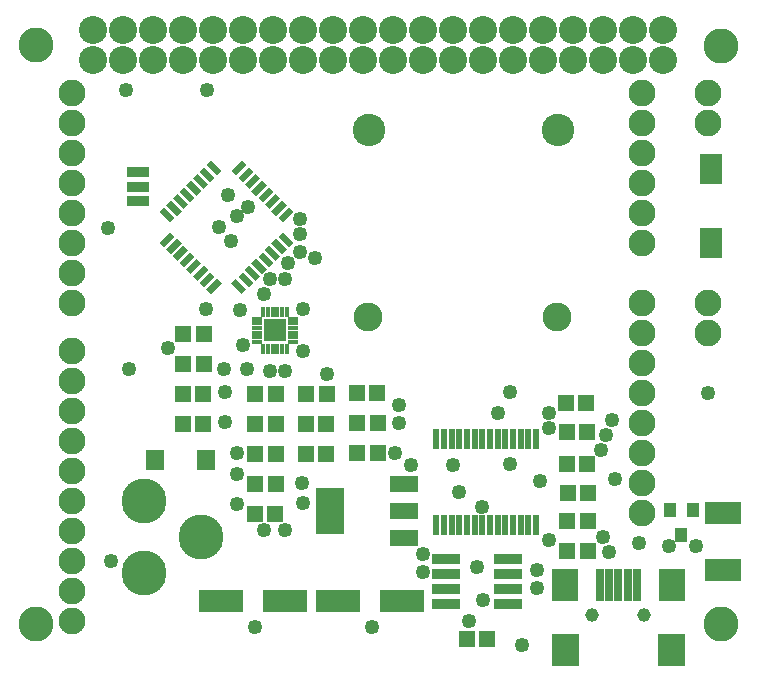
<source format=gts>
G04 MADE WITH FRITZING*
G04 WWW.FRITZING.ORG*
G04 DOUBLE SIDED*
G04 HOLES PLATED*
G04 CONTOUR ON CENTER OF CONTOUR VECTOR*
%ASAXBY*%
%FSLAX23Y23*%
%MOIN*%
%OFA0B0*%
%SFA1.0B1.0*%
%ADD10C,0.089370*%
%ADD11C,0.049370*%
%ADD12C,0.108425*%
%ADD13C,0.096614*%
%ADD14C,0.093307*%
%ADD15C,0.116299*%
%ADD16C,0.150000*%
%ADD17C,0.045433*%
%ADD18R,0.036932X0.016774*%
%ADD19R,0.038032X0.017874*%
%ADD20R,0.017874X0.038032*%
%ADD21R,0.016774X0.036932*%
%ADD22R,0.072992X0.100551*%
%ADD23R,0.023701X0.065000*%
%ADD24R,0.098000X0.058000*%
%ADD25R,0.096614X0.151732*%
%ADD26R,0.060000X0.067874*%
%ADD27R,0.147795X0.072992*%
%ADD28R,0.057244X0.053307*%
%ADD29R,0.097000X0.034000*%
%ADD30R,0.041496X0.045433*%
%ADD31R,0.124000X0.076000*%
%ADD32R,0.029685X0.108425*%
%ADD33R,0.088740X0.108425*%
%ADD34R,0.076929X0.037559*%
%ADD35R,0.076929X0.076929*%
%ADD36C,0.010000*%
%ADD37R,0.001000X0.001000*%
%LNMASK1*%
G90*
G70*
G54D10*
X2378Y1907D03*
X2378Y1807D03*
X2378Y1207D03*
X2378Y1107D03*
G54D11*
X1758Y67D03*
X868Y127D03*
X708Y1917D03*
X438Y1917D03*
X378Y1457D03*
X2378Y907D03*
X1608Y327D03*
X1628Y217D03*
X1848Y417D03*
X1808Y317D03*
G54D12*
X1881Y1783D03*
X1251Y1783D03*
G54D13*
X1875Y1160D03*
X1245Y1160D03*
G54D14*
X328Y2017D03*
X428Y2017D03*
X528Y2017D03*
X628Y2017D03*
X728Y2017D03*
X828Y2017D03*
X928Y2017D03*
X1028Y2017D03*
X1128Y2017D03*
X1228Y2017D03*
X1328Y2017D03*
X1428Y2017D03*
X1528Y2017D03*
X1628Y2017D03*
X1728Y2017D03*
X1828Y2017D03*
X1928Y2017D03*
X2028Y2017D03*
X2128Y2017D03*
X2228Y2017D03*
X328Y2017D03*
X428Y2017D03*
X528Y2017D03*
X628Y2017D03*
X728Y2017D03*
X828Y2017D03*
X928Y2017D03*
X1028Y2017D03*
X1128Y2017D03*
X1228Y2017D03*
X1328Y2017D03*
X1428Y2017D03*
X1528Y2017D03*
X1628Y2017D03*
X1728Y2017D03*
X1828Y2017D03*
X1928Y2017D03*
X2028Y2017D03*
X2128Y2017D03*
X2228Y2017D03*
X2228Y2117D03*
X2128Y2117D03*
X2028Y2117D03*
X1928Y2117D03*
X1828Y2117D03*
X1728Y2117D03*
X1628Y2117D03*
X1528Y2117D03*
X1428Y2117D03*
X1328Y2117D03*
X1228Y2117D03*
X1128Y2117D03*
X1028Y2117D03*
X928Y2117D03*
X828Y2117D03*
X728Y2117D03*
X628Y2117D03*
X528Y2117D03*
X428Y2117D03*
X328Y2117D03*
G54D11*
X788Y1415D03*
X749Y1461D03*
X898Y1237D03*
X818Y1183D03*
X707Y1187D03*
X448Y987D03*
X769Y911D03*
X828Y1067D03*
X767Y987D03*
X918Y980D03*
X968Y980D03*
X1337Y707D03*
X1348Y807D03*
X1109Y971D03*
X843Y989D03*
X769Y811D03*
X899Y451D03*
X1429Y311D03*
X1258Y127D03*
X808Y707D03*
X808Y537D03*
X918Y1287D03*
X388Y347D03*
X808Y637D03*
X1027Y607D03*
X1718Y912D03*
X1029Y541D03*
X969Y451D03*
X1548Y577D03*
X2024Y717D03*
X1719Y671D03*
X1388Y667D03*
X1528Y667D03*
X1018Y1377D03*
X978Y1340D03*
X845Y1527D03*
X1068Y1357D03*
X808Y1497D03*
X778Y1569D03*
X1018Y1487D03*
X1018Y1437D03*
X2038Y767D03*
X2058Y817D03*
X2048Y377D03*
X2028Y427D03*
X1849Y841D03*
X1849Y791D03*
X1818Y614D03*
X2069Y621D03*
X2148Y407D03*
X1679Y841D03*
X1627Y527D03*
X1584Y149D03*
X1429Y371D03*
G54D15*
X2422Y137D03*
X138Y137D03*
X2423Y2066D03*
X138Y2067D03*
G54D10*
X259Y1047D03*
X259Y947D03*
X259Y847D03*
X259Y747D03*
X259Y647D03*
X259Y547D03*
X259Y447D03*
X259Y347D03*
X259Y247D03*
X259Y147D03*
X259Y1907D03*
X259Y1807D03*
X259Y1707D03*
X259Y1607D03*
X259Y1507D03*
X259Y1407D03*
X259Y1307D03*
X259Y1207D03*
X2159Y1207D03*
X2159Y1107D03*
X2159Y1007D03*
X2159Y907D03*
X2159Y807D03*
X2159Y707D03*
X2159Y607D03*
X2159Y507D03*
X2159Y1907D03*
X2159Y1807D03*
X2159Y1707D03*
X2159Y1607D03*
X2159Y1507D03*
X2159Y1407D03*
G54D16*
X498Y547D03*
X498Y307D03*
X688Y427D03*
G54D17*
X1994Y169D03*
X2167Y169D03*
X1994Y169D03*
X2167Y169D03*
G54D11*
X578Y1057D03*
X1028Y1047D03*
X1028Y1187D03*
X968Y1287D03*
X1348Y867D03*
X2338Y397D03*
X1808Y257D03*
X2248Y397D03*
G54D18*
X875Y1108D03*
G54D19*
X997Y1140D03*
X997Y1124D03*
X875Y1077D03*
G54D20*
X975Y1177D03*
G54D19*
X875Y1156D03*
X997Y1108D03*
G54D18*
X875Y1140D03*
G54D20*
X959Y1177D03*
G54D19*
X875Y1093D03*
G54D21*
X896Y1177D03*
G54D20*
X944Y1055D03*
G54D19*
X997Y1093D03*
G54D21*
X928Y1055D03*
G54D19*
X997Y1077D03*
G54D21*
X912Y1055D03*
G54D20*
X912Y1177D03*
X975Y1055D03*
X944Y1177D03*
X959Y1055D03*
X928Y1177D03*
X896Y1055D03*
G54D19*
X997Y1156D03*
X875Y1124D03*
G54D22*
X2388Y1407D03*
X2388Y1655D03*
G54D23*
X1474Y755D03*
X1499Y755D03*
X1525Y755D03*
X1551Y755D03*
X1576Y755D03*
X1602Y755D03*
X1627Y755D03*
X1679Y755D03*
X1653Y755D03*
X1704Y755D03*
X1730Y755D03*
X1755Y755D03*
X1781Y755D03*
X1807Y755D03*
X1474Y468D03*
X1499Y468D03*
X1525Y468D03*
X1551Y468D03*
X1576Y468D03*
X1602Y468D03*
X1627Y468D03*
X1653Y468D03*
X1679Y468D03*
X1704Y468D03*
X1730Y468D03*
X1755Y468D03*
X1781Y468D03*
X1807Y468D03*
G54D24*
X1365Y424D03*
X1365Y515D03*
X1365Y606D03*
G54D25*
X1121Y515D03*
G54D26*
X536Y685D03*
X705Y685D03*
G54D27*
X757Y216D03*
X970Y216D03*
X1147Y216D03*
X1360Y216D03*
G54D28*
X1905Y875D03*
X1972Y875D03*
X628Y905D03*
X695Y905D03*
X935Y505D03*
X868Y505D03*
X1275Y907D03*
X1208Y907D03*
X631Y1105D03*
X698Y1105D03*
X631Y1005D03*
X698Y1005D03*
X1108Y905D03*
X1041Y905D03*
X1912Y574D03*
X1979Y574D03*
X628Y805D03*
X695Y805D03*
X1577Y89D03*
X1644Y89D03*
X1975Y671D03*
X1908Y671D03*
X1975Y777D03*
X1908Y777D03*
G54D29*
X1507Y355D03*
X1507Y305D03*
X1507Y255D03*
X1507Y205D03*
X1713Y205D03*
X1713Y255D03*
X1713Y305D03*
X1713Y355D03*
G54D30*
X2328Y517D03*
X2253Y517D03*
X2290Y435D03*
G54D31*
X2428Y507D03*
X2428Y319D03*
G54D32*
X2081Y267D03*
X2049Y267D03*
X2144Y267D03*
X2112Y267D03*
G54D33*
X2258Y267D03*
X1904Y267D03*
G54D32*
X2018Y267D03*
G54D28*
X1911Y481D03*
X1978Y481D03*
X871Y905D03*
X938Y905D03*
X871Y705D03*
X938Y705D03*
X871Y605D03*
X938Y605D03*
X871Y805D03*
X938Y805D03*
X1911Y381D03*
X1978Y381D03*
X1105Y705D03*
X1038Y705D03*
X1105Y805D03*
X1038Y805D03*
X1211Y707D03*
X1278Y707D03*
X1278Y807D03*
X1211Y807D03*
G54D34*
X478Y1548D03*
X478Y1595D03*
X478Y1643D03*
G54D35*
X936Y1118D03*
G54D36*
G36*
X758Y1648D02*
X743Y1633D01*
X707Y1668D01*
X723Y1683D01*
X758Y1648D01*
G37*
D02*
G36*
X736Y1626D02*
X720Y1610D01*
X685Y1646D01*
X701Y1661D01*
X736Y1626D01*
G37*
D02*
G36*
X714Y1604D02*
X698Y1588D01*
X663Y1623D01*
X678Y1639D01*
X714Y1604D01*
G37*
D02*
G36*
X691Y1581D02*
X676Y1566D01*
X640Y1601D01*
X656Y1617D01*
X691Y1581D01*
G37*
D02*
G36*
X669Y1559D02*
X654Y1543D01*
X618Y1579D01*
X634Y1594D01*
X669Y1559D01*
G37*
D02*
G36*
X647Y1537D02*
X631Y1521D01*
X596Y1557D01*
X611Y1572D01*
X647Y1537D01*
G37*
D02*
G36*
X625Y1514D02*
X609Y1499D01*
X574Y1534D01*
X589Y1550D01*
X625Y1514D01*
G37*
D02*
G36*
X602Y1492D02*
X587Y1477D01*
X551Y1512D01*
X567Y1528D01*
X602Y1492D01*
G37*
D02*
G36*
X602Y1429D02*
X567Y1394D01*
X551Y1409D01*
X587Y1444D01*
X602Y1429D01*
G37*
D02*
G36*
X625Y1407D02*
X589Y1371D01*
X574Y1387D01*
X609Y1422D01*
X625Y1407D01*
G37*
D02*
G36*
X647Y1384D02*
X611Y1349D01*
X596Y1365D01*
X631Y1400D01*
X647Y1384D01*
G37*
D02*
G36*
X669Y1362D02*
X634Y1327D01*
X618Y1342D01*
X654Y1378D01*
X669Y1362D01*
G37*
D02*
G36*
X691Y1340D02*
X656Y1304D01*
X640Y1320D01*
X676Y1355D01*
X691Y1340D01*
G37*
D02*
G36*
X714Y1318D02*
X678Y1282D01*
X663Y1298D01*
X698Y1333D01*
X714Y1318D01*
G37*
D02*
G36*
X736Y1295D02*
X701Y1260D01*
X685Y1275D01*
X720Y1311D01*
X736Y1295D01*
G37*
D02*
G36*
X758Y1273D02*
X723Y1238D01*
X707Y1253D01*
X743Y1289D01*
X758Y1273D01*
G37*
D02*
G36*
X841Y1253D02*
X826Y1238D01*
X790Y1273D01*
X806Y1289D01*
X841Y1253D01*
G37*
D02*
G36*
X864Y1275D02*
X848Y1260D01*
X813Y1295D01*
X828Y1311D01*
X864Y1275D01*
G37*
D02*
G36*
X886Y1298D02*
X870Y1282D01*
X835Y1318D01*
X850Y1333D01*
X886Y1298D01*
G37*
D02*
G36*
X908Y1320D02*
X893Y1304D01*
X857Y1340D01*
X873Y1355D01*
X908Y1320D01*
G37*
D02*
G36*
X930Y1342D02*
X915Y1327D01*
X879Y1362D01*
X895Y1378D01*
X930Y1342D01*
G37*
D02*
G36*
X953Y1365D02*
X937Y1349D01*
X902Y1384D01*
X917Y1400D01*
X953Y1365D01*
G37*
D02*
G36*
X975Y1387D02*
X959Y1371D01*
X924Y1407D01*
X940Y1422D01*
X975Y1387D01*
G37*
D02*
G36*
X997Y1409D02*
X982Y1394D01*
X946Y1429D01*
X962Y1444D01*
X997Y1409D01*
G37*
D02*
G36*
X997Y1512D02*
X962Y1477D01*
X946Y1492D01*
X982Y1528D01*
X997Y1512D01*
G37*
D02*
G36*
X975Y1534D02*
X940Y1499D01*
X924Y1514D01*
X959Y1550D01*
X975Y1534D01*
G37*
D02*
G36*
X953Y1557D02*
X917Y1521D01*
X902Y1537D01*
X937Y1572D01*
X953Y1557D01*
G37*
D02*
G36*
X930Y1579D02*
X895Y1543D01*
X879Y1559D01*
X915Y1594D01*
X930Y1579D01*
G37*
D02*
G36*
X908Y1601D02*
X873Y1566D01*
X857Y1581D01*
X893Y1617D01*
X908Y1601D01*
G37*
D02*
G36*
X886Y1623D02*
X850Y1588D01*
X835Y1604D01*
X870Y1639D01*
X886Y1623D01*
G37*
D02*
G36*
X864Y1646D02*
X828Y1610D01*
X813Y1626D01*
X848Y1661D01*
X864Y1646D01*
G37*
D02*
G36*
X841Y1668D02*
X806Y1633D01*
X790Y1648D01*
X826Y1683D01*
X841Y1668D01*
G37*
D02*
G54D37*
X1860Y105D02*
X1948Y105D01*
X2215Y105D02*
X2302Y105D01*
X1860Y104D02*
X1948Y104D01*
X2215Y104D02*
X2302Y104D01*
X1860Y103D02*
X1948Y103D01*
X2215Y103D02*
X2302Y103D01*
X1860Y102D02*
X1948Y102D01*
X2215Y102D02*
X2302Y102D01*
X1860Y101D02*
X1948Y101D01*
X2215Y101D02*
X2302Y101D01*
X1860Y100D02*
X1948Y100D01*
X2215Y100D02*
X2302Y100D01*
X1860Y99D02*
X1948Y99D01*
X2215Y99D02*
X2302Y99D01*
X1860Y98D02*
X1948Y98D01*
X2215Y98D02*
X2302Y98D01*
X1860Y97D02*
X1948Y97D01*
X2215Y97D02*
X2302Y97D01*
X1860Y96D02*
X1948Y96D01*
X2215Y96D02*
X2302Y96D01*
X1860Y95D02*
X1948Y95D01*
X2215Y95D02*
X2302Y95D01*
X1860Y94D02*
X1948Y94D01*
X2215Y94D02*
X2302Y94D01*
X1860Y93D02*
X1948Y93D01*
X2215Y93D02*
X2302Y93D01*
X1860Y92D02*
X1948Y92D01*
X2215Y92D02*
X2302Y92D01*
X1860Y91D02*
X1948Y91D01*
X2215Y91D02*
X2302Y91D01*
X1860Y90D02*
X1948Y90D01*
X2215Y90D02*
X2302Y90D01*
X1860Y89D02*
X1948Y89D01*
X2215Y89D02*
X2302Y89D01*
X1860Y88D02*
X1948Y88D01*
X2215Y88D02*
X2302Y88D01*
X1860Y87D02*
X1948Y87D01*
X2215Y87D02*
X2302Y87D01*
X1860Y86D02*
X1948Y86D01*
X2215Y86D02*
X2302Y86D01*
X1860Y85D02*
X1948Y85D01*
X2215Y85D02*
X2302Y85D01*
X1860Y84D02*
X1948Y84D01*
X2215Y84D02*
X2302Y84D01*
X1860Y83D02*
X1948Y83D01*
X2215Y83D02*
X2302Y83D01*
X1860Y82D02*
X1948Y82D01*
X2215Y82D02*
X2302Y82D01*
X1860Y81D02*
X1948Y81D01*
X2215Y81D02*
X2302Y81D01*
X1860Y80D02*
X1948Y80D01*
X2215Y80D02*
X2302Y80D01*
X1860Y79D02*
X1948Y79D01*
X2215Y79D02*
X2302Y79D01*
X1860Y78D02*
X1948Y78D01*
X2215Y78D02*
X2302Y78D01*
X1860Y77D02*
X1948Y77D01*
X2215Y77D02*
X2302Y77D01*
X1860Y76D02*
X1948Y76D01*
X2215Y76D02*
X2302Y76D01*
X1860Y75D02*
X1948Y75D01*
X2215Y75D02*
X2302Y75D01*
X1860Y74D02*
X1948Y74D01*
X2215Y74D02*
X2302Y74D01*
X1860Y73D02*
X1948Y73D01*
X2215Y73D02*
X2302Y73D01*
X1860Y72D02*
X1948Y72D01*
X2215Y72D02*
X2302Y72D01*
X1860Y71D02*
X1948Y71D01*
X2215Y71D02*
X2302Y71D01*
X1860Y70D02*
X1948Y70D01*
X2215Y70D02*
X2302Y70D01*
X1860Y69D02*
X1948Y69D01*
X2215Y69D02*
X2302Y69D01*
X1860Y68D02*
X1948Y68D01*
X2215Y68D02*
X2302Y68D01*
X1860Y67D02*
X1948Y67D01*
X2215Y67D02*
X2302Y67D01*
X1860Y66D02*
X1948Y66D01*
X2215Y66D02*
X2302Y66D01*
X1860Y65D02*
X1948Y65D01*
X2215Y65D02*
X2302Y65D01*
X1860Y64D02*
X1948Y64D01*
X2215Y64D02*
X2302Y64D01*
X1860Y63D02*
X1948Y63D01*
X2215Y63D02*
X2302Y63D01*
X1860Y62D02*
X1948Y62D01*
X2215Y62D02*
X2302Y62D01*
X1860Y61D02*
X1948Y61D01*
X2215Y61D02*
X2302Y61D01*
X1860Y60D02*
X1948Y60D01*
X2215Y60D02*
X2302Y60D01*
X1860Y59D02*
X1948Y59D01*
X2215Y59D02*
X2302Y59D01*
X1860Y58D02*
X1948Y58D01*
X2215Y58D02*
X2302Y58D01*
X1860Y57D02*
X1948Y57D01*
X2215Y57D02*
X2302Y57D01*
X1860Y56D02*
X1948Y56D01*
X2215Y56D02*
X2302Y56D01*
X1860Y55D02*
X1948Y55D01*
X2215Y55D02*
X2302Y55D01*
X1860Y54D02*
X1948Y54D01*
X2215Y54D02*
X2302Y54D01*
X1860Y53D02*
X1948Y53D01*
X2215Y53D02*
X2302Y53D01*
X1860Y52D02*
X1948Y52D01*
X2215Y52D02*
X2302Y52D01*
X1860Y51D02*
X1948Y51D01*
X2215Y51D02*
X2302Y51D01*
X1860Y50D02*
X1948Y50D01*
X2215Y50D02*
X2302Y50D01*
X1860Y49D02*
X1948Y49D01*
X2215Y49D02*
X2302Y49D01*
X1860Y48D02*
X1948Y48D01*
X2215Y48D02*
X2302Y48D01*
X1860Y47D02*
X1948Y47D01*
X2215Y47D02*
X2302Y47D01*
X1860Y46D02*
X1948Y46D01*
X2215Y46D02*
X2302Y46D01*
X1860Y45D02*
X1948Y45D01*
X2215Y45D02*
X2302Y45D01*
X1860Y44D02*
X1948Y44D01*
X2215Y44D02*
X2302Y44D01*
X1860Y43D02*
X1948Y43D01*
X2215Y43D02*
X2302Y43D01*
X1860Y42D02*
X1948Y42D01*
X2215Y42D02*
X2302Y42D01*
X1860Y41D02*
X1948Y41D01*
X2215Y41D02*
X2302Y41D01*
X1860Y40D02*
X1948Y40D01*
X2215Y40D02*
X2302Y40D01*
X1860Y39D02*
X1948Y39D01*
X2215Y39D02*
X2302Y39D01*
X1860Y38D02*
X1948Y38D01*
X2215Y38D02*
X2302Y38D01*
X1860Y37D02*
X1948Y37D01*
X2215Y37D02*
X2302Y37D01*
X1860Y36D02*
X1948Y36D01*
X2215Y36D02*
X2302Y36D01*
X1860Y35D02*
X1948Y35D01*
X2215Y35D02*
X2302Y35D01*
X1860Y34D02*
X1948Y34D01*
X2215Y34D02*
X2302Y34D01*
X1860Y33D02*
X1948Y33D01*
X2215Y33D02*
X2302Y33D01*
X1860Y32D02*
X1948Y32D01*
X2215Y32D02*
X2302Y32D01*
X1860Y31D02*
X1948Y31D01*
X2215Y31D02*
X2302Y31D01*
X1860Y30D02*
X1948Y30D01*
X2215Y30D02*
X2302Y30D01*
X1860Y29D02*
X1948Y29D01*
X2215Y29D02*
X2302Y29D01*
X1860Y28D02*
X1948Y28D01*
X2215Y28D02*
X2302Y28D01*
X1860Y27D02*
X1948Y27D01*
X2215Y27D02*
X2302Y27D01*
X1860Y26D02*
X1948Y26D01*
X2215Y26D02*
X2302Y26D01*
X1860Y25D02*
X1948Y25D01*
X2215Y25D02*
X2302Y25D01*
X1860Y24D02*
X1948Y24D01*
X2215Y24D02*
X2302Y24D01*
X1860Y23D02*
X1948Y23D01*
X2215Y23D02*
X2302Y23D01*
X1860Y22D02*
X1948Y22D01*
X2215Y22D02*
X2302Y22D01*
X1860Y21D02*
X1948Y21D01*
X2215Y21D02*
X2302Y21D01*
X1860Y20D02*
X1948Y20D01*
X2215Y20D02*
X2302Y20D01*
X1860Y19D02*
X1948Y19D01*
X2215Y19D02*
X2302Y19D01*
X1860Y18D02*
X1948Y18D01*
X2215Y18D02*
X2302Y18D01*
X1860Y17D02*
X1948Y17D01*
X2215Y17D02*
X2302Y17D01*
X1860Y16D02*
X1948Y16D01*
X2215Y16D02*
X2302Y16D01*
X1860Y15D02*
X1948Y15D01*
X2215Y15D02*
X2302Y15D01*
X1860Y14D02*
X1948Y14D01*
X2215Y14D02*
X2302Y14D01*
X1860Y13D02*
X1948Y13D01*
X2215Y13D02*
X2302Y13D01*
X1860Y12D02*
X1948Y12D01*
X2215Y12D02*
X2302Y12D01*
X1860Y11D02*
X1948Y11D01*
X2215Y11D02*
X2302Y11D01*
X1860Y10D02*
X1948Y10D01*
X2215Y10D02*
X2302Y10D01*
X1860Y9D02*
X1948Y9D01*
X2215Y9D02*
X2302Y9D01*
X1860Y8D02*
X1948Y8D01*
X2215Y8D02*
X2302Y8D01*
X1860Y7D02*
X1948Y7D01*
X2215Y7D02*
X2302Y7D01*
X1860Y6D02*
X1948Y6D01*
X2215Y6D02*
X2302Y6D01*
X1860Y5D02*
X1948Y5D01*
X2215Y5D02*
X2302Y5D01*
X1860Y4D02*
X1948Y4D01*
X2215Y4D02*
X2302Y4D01*
X1860Y3D02*
X1948Y3D01*
X2215Y3D02*
X2302Y3D01*
X1860Y2D02*
X1948Y2D01*
X2215Y2D02*
X2302Y2D01*
X1860Y1D02*
X1948Y1D01*
X2215Y1D02*
X2302Y1D01*
X1860Y0D02*
X1948Y0D01*
X2215Y0D02*
X2302Y0D01*
X1860Y-1D02*
X1948Y-1D01*
X2215Y-1D02*
X2302Y-1D01*
D02*
G04 End of Mask1*
M02*
</source>
